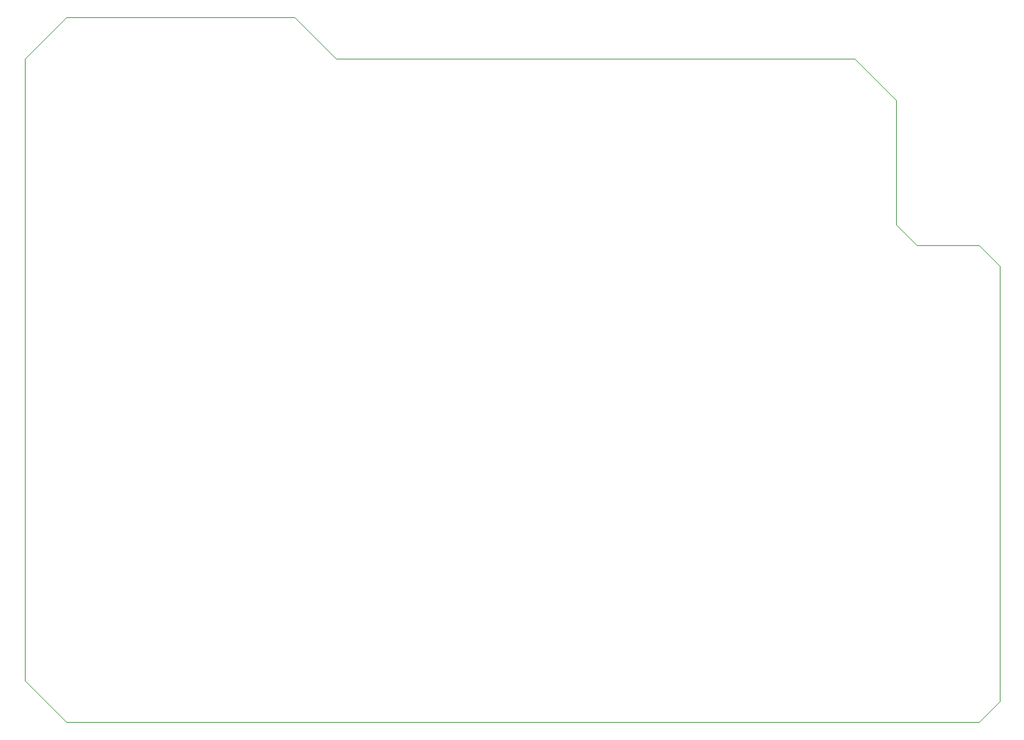
<source format=gbr>
%TF.GenerationSoftware,KiCad,Pcbnew,8.0.7*%
%TF.CreationDate,2025-01-15T15:04:11+01:00*%
%TF.ProjectId,PCB_designing,5043425f-6465-4736-9967-6e696e672e6b,rev?*%
%TF.SameCoordinates,Original*%
%TF.FileFunction,Profile,NP*%
%FSLAX46Y46*%
G04 Gerber Fmt 4.6, Leading zero omitted, Abs format (unit mm)*
G04 Created by KiCad (PCBNEW 8.0.7) date 2025-01-15 15:04:11*
%MOMM*%
%LPD*%
G01*
G04 APERTURE LIST*
%TA.AperFunction,Profile*%
%ADD10C,0.050000*%
%TD*%
G04 APERTURE END LIST*
D10*
X187960000Y-132080000D02*
X190500000Y-129540000D01*
X190500000Y-129540000D02*
X190500000Y-76200000D01*
X177800000Y-55880000D02*
X172720000Y-50800000D01*
X180340000Y-73660000D02*
X177800000Y-71120000D01*
X172720000Y-50800000D02*
X109220000Y-50800000D01*
X187960000Y-73660000D02*
X180340000Y-73660000D01*
X76200000Y-132080000D02*
X187960000Y-132080000D01*
X71120000Y-127000000D02*
X76200000Y-132080000D01*
X177800000Y-71120000D02*
X177800000Y-66040000D01*
X76200000Y-45720000D02*
X71120000Y-50800000D01*
X190500000Y-76200000D02*
X187960000Y-73660000D01*
X109220000Y-50800000D02*
X104140000Y-45720000D01*
X104140000Y-45720000D02*
X76200000Y-45720000D01*
X71120000Y-50800000D02*
X71120000Y-127000000D01*
X177800000Y-66040000D02*
X177800000Y-55880000D01*
M02*

</source>
